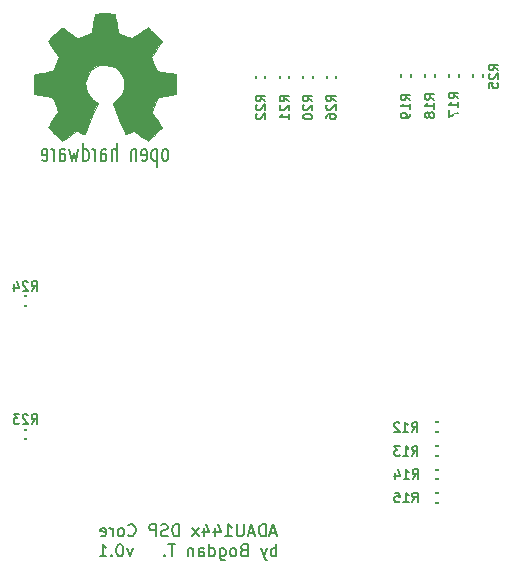
<source format=gbo>
G04 #@! TF.FileFunction,Legend,Bot*
%FSLAX46Y46*%
G04 Gerber Fmt 4.6, Leading zero omitted, Abs format (unit mm)*
G04 Created by KiCad (PCBNEW 4.0.5) date 03/05/17 18:12:25*
%MOMM*%
%LPD*%
G01*
G04 APERTURE LIST*
%ADD10C,0.100000*%
%ADD11C,0.200000*%
%ADD12C,0.150000*%
%ADD13C,0.002540*%
%ADD14C,0.127000*%
%ADD15R,2.100000X2.100000*%
%ADD16O,2.100000X2.100000*%
%ADD17R,2.599640X1.924000*%
%ADD18O,2.599640X1.924000*%
%ADD19R,1.700000X2.200000*%
%ADD20O,1.700000X2.200000*%
%ADD21R,2.200000X1.700000*%
%ADD22O,2.200000X1.700000*%
%ADD23C,2.900000*%
%ADD24R,1.400760X1.299160*%
%ADD25R,1.299160X1.400760*%
%ADD26C,0.250000*%
G04 APERTURE END LIST*
D10*
D11*
X121052382Y-136086667D02*
X120576191Y-136086667D01*
X121147620Y-136372381D02*
X120814287Y-135372381D01*
X120480953Y-136372381D01*
X120147620Y-136372381D02*
X120147620Y-135372381D01*
X119909525Y-135372381D01*
X119766667Y-135420000D01*
X119671429Y-135515238D01*
X119623810Y-135610476D01*
X119576191Y-135800952D01*
X119576191Y-135943810D01*
X119623810Y-136134286D01*
X119671429Y-136229524D01*
X119766667Y-136324762D01*
X119909525Y-136372381D01*
X120147620Y-136372381D01*
X119195239Y-136086667D02*
X118719048Y-136086667D01*
X119290477Y-136372381D02*
X118957144Y-135372381D01*
X118623810Y-136372381D01*
X118290477Y-135372381D02*
X118290477Y-136181905D01*
X118242858Y-136277143D01*
X118195239Y-136324762D01*
X118100001Y-136372381D01*
X117909524Y-136372381D01*
X117814286Y-136324762D01*
X117766667Y-136277143D01*
X117719048Y-136181905D01*
X117719048Y-135372381D01*
X116719048Y-136372381D02*
X117290477Y-136372381D01*
X117004763Y-136372381D02*
X117004763Y-135372381D01*
X117100001Y-135515238D01*
X117195239Y-135610476D01*
X117290477Y-135658095D01*
X115861905Y-135705714D02*
X115861905Y-136372381D01*
X116100001Y-135324762D02*
X116338096Y-136039048D01*
X115719048Y-136039048D01*
X114909524Y-135705714D02*
X114909524Y-136372381D01*
X115147620Y-135324762D02*
X115385715Y-136039048D01*
X114766667Y-136039048D01*
X114480953Y-136372381D02*
X113957143Y-135705714D01*
X114480953Y-135705714D02*
X113957143Y-136372381D01*
X112814286Y-136372381D02*
X112814286Y-135372381D01*
X112576191Y-135372381D01*
X112433333Y-135420000D01*
X112338095Y-135515238D01*
X112290476Y-135610476D01*
X112242857Y-135800952D01*
X112242857Y-135943810D01*
X112290476Y-136134286D01*
X112338095Y-136229524D01*
X112433333Y-136324762D01*
X112576191Y-136372381D01*
X112814286Y-136372381D01*
X111861905Y-136324762D02*
X111719048Y-136372381D01*
X111480952Y-136372381D01*
X111385714Y-136324762D01*
X111338095Y-136277143D01*
X111290476Y-136181905D01*
X111290476Y-136086667D01*
X111338095Y-135991429D01*
X111385714Y-135943810D01*
X111480952Y-135896190D01*
X111671429Y-135848571D01*
X111766667Y-135800952D01*
X111814286Y-135753333D01*
X111861905Y-135658095D01*
X111861905Y-135562857D01*
X111814286Y-135467619D01*
X111766667Y-135420000D01*
X111671429Y-135372381D01*
X111433333Y-135372381D01*
X111290476Y-135420000D01*
X110861905Y-136372381D02*
X110861905Y-135372381D01*
X110480952Y-135372381D01*
X110385714Y-135420000D01*
X110338095Y-135467619D01*
X110290476Y-135562857D01*
X110290476Y-135705714D01*
X110338095Y-135800952D01*
X110385714Y-135848571D01*
X110480952Y-135896190D01*
X110861905Y-135896190D01*
X108528571Y-136277143D02*
X108576190Y-136324762D01*
X108719047Y-136372381D01*
X108814285Y-136372381D01*
X108957143Y-136324762D01*
X109052381Y-136229524D01*
X109100000Y-136134286D01*
X109147619Y-135943810D01*
X109147619Y-135800952D01*
X109100000Y-135610476D01*
X109052381Y-135515238D01*
X108957143Y-135420000D01*
X108814285Y-135372381D01*
X108719047Y-135372381D01*
X108576190Y-135420000D01*
X108528571Y-135467619D01*
X107957143Y-136372381D02*
X108052381Y-136324762D01*
X108100000Y-136277143D01*
X108147619Y-136181905D01*
X108147619Y-135896190D01*
X108100000Y-135800952D01*
X108052381Y-135753333D01*
X107957143Y-135705714D01*
X107814285Y-135705714D01*
X107719047Y-135753333D01*
X107671428Y-135800952D01*
X107623809Y-135896190D01*
X107623809Y-136181905D01*
X107671428Y-136277143D01*
X107719047Y-136324762D01*
X107814285Y-136372381D01*
X107957143Y-136372381D01*
X107195238Y-136372381D02*
X107195238Y-135705714D01*
X107195238Y-135896190D02*
X107147619Y-135800952D01*
X107100000Y-135753333D01*
X107004762Y-135705714D01*
X106909523Y-135705714D01*
X106195237Y-136324762D02*
X106290475Y-136372381D01*
X106480952Y-136372381D01*
X106576190Y-136324762D01*
X106623809Y-136229524D01*
X106623809Y-135848571D01*
X106576190Y-135753333D01*
X106480952Y-135705714D01*
X106290475Y-135705714D01*
X106195237Y-135753333D01*
X106147618Y-135848571D01*
X106147618Y-135943810D01*
X106623809Y-136039048D01*
X121052382Y-138072381D02*
X121052382Y-137072381D01*
X121052382Y-137453333D02*
X120957144Y-137405714D01*
X120766667Y-137405714D01*
X120671429Y-137453333D01*
X120623810Y-137500952D01*
X120576191Y-137596190D01*
X120576191Y-137881905D01*
X120623810Y-137977143D01*
X120671429Y-138024762D01*
X120766667Y-138072381D01*
X120957144Y-138072381D01*
X121052382Y-138024762D01*
X120242858Y-137405714D02*
X120004763Y-138072381D01*
X119766667Y-137405714D02*
X120004763Y-138072381D01*
X120100001Y-138310476D01*
X120147620Y-138358095D01*
X120242858Y-138405714D01*
X118290476Y-137548571D02*
X118147619Y-137596190D01*
X118100000Y-137643810D01*
X118052381Y-137739048D01*
X118052381Y-137881905D01*
X118100000Y-137977143D01*
X118147619Y-138024762D01*
X118242857Y-138072381D01*
X118623810Y-138072381D01*
X118623810Y-137072381D01*
X118290476Y-137072381D01*
X118195238Y-137120000D01*
X118147619Y-137167619D01*
X118100000Y-137262857D01*
X118100000Y-137358095D01*
X118147619Y-137453333D01*
X118195238Y-137500952D01*
X118290476Y-137548571D01*
X118623810Y-137548571D01*
X117480953Y-138072381D02*
X117576191Y-138024762D01*
X117623810Y-137977143D01*
X117671429Y-137881905D01*
X117671429Y-137596190D01*
X117623810Y-137500952D01*
X117576191Y-137453333D01*
X117480953Y-137405714D01*
X117338095Y-137405714D01*
X117242857Y-137453333D01*
X117195238Y-137500952D01*
X117147619Y-137596190D01*
X117147619Y-137881905D01*
X117195238Y-137977143D01*
X117242857Y-138024762D01*
X117338095Y-138072381D01*
X117480953Y-138072381D01*
X116290476Y-137405714D02*
X116290476Y-138215238D01*
X116338095Y-138310476D01*
X116385714Y-138358095D01*
X116480953Y-138405714D01*
X116623810Y-138405714D01*
X116719048Y-138358095D01*
X116290476Y-138024762D02*
X116385714Y-138072381D01*
X116576191Y-138072381D01*
X116671429Y-138024762D01*
X116719048Y-137977143D01*
X116766667Y-137881905D01*
X116766667Y-137596190D01*
X116719048Y-137500952D01*
X116671429Y-137453333D01*
X116576191Y-137405714D01*
X116385714Y-137405714D01*
X116290476Y-137453333D01*
X115385714Y-138072381D02*
X115385714Y-137072381D01*
X115385714Y-138024762D02*
X115480952Y-138072381D01*
X115671429Y-138072381D01*
X115766667Y-138024762D01*
X115814286Y-137977143D01*
X115861905Y-137881905D01*
X115861905Y-137596190D01*
X115814286Y-137500952D01*
X115766667Y-137453333D01*
X115671429Y-137405714D01*
X115480952Y-137405714D01*
X115385714Y-137453333D01*
X114480952Y-138072381D02*
X114480952Y-137548571D01*
X114528571Y-137453333D01*
X114623809Y-137405714D01*
X114814286Y-137405714D01*
X114909524Y-137453333D01*
X114480952Y-138024762D02*
X114576190Y-138072381D01*
X114814286Y-138072381D01*
X114909524Y-138024762D01*
X114957143Y-137929524D01*
X114957143Y-137834286D01*
X114909524Y-137739048D01*
X114814286Y-137691429D01*
X114576190Y-137691429D01*
X114480952Y-137643810D01*
X114004762Y-137405714D02*
X114004762Y-138072381D01*
X114004762Y-137500952D02*
X113957143Y-137453333D01*
X113861905Y-137405714D01*
X113719047Y-137405714D01*
X113623809Y-137453333D01*
X113576190Y-137548571D01*
X113576190Y-138072381D01*
X112480952Y-137072381D02*
X111909523Y-137072381D01*
X112195238Y-138072381D02*
X112195238Y-137072381D01*
X111576190Y-137977143D02*
X111528571Y-138024762D01*
X111576190Y-138072381D01*
X111623809Y-138024762D01*
X111576190Y-137977143D01*
X111576190Y-138072381D01*
X108909523Y-137405714D02*
X108671428Y-138072381D01*
X108433332Y-137405714D01*
X107861904Y-137072381D02*
X107766665Y-137072381D01*
X107671427Y-137120000D01*
X107623808Y-137167619D01*
X107576189Y-137262857D01*
X107528570Y-137453333D01*
X107528570Y-137691429D01*
X107576189Y-137881905D01*
X107623808Y-137977143D01*
X107671427Y-138024762D01*
X107766665Y-138072381D01*
X107861904Y-138072381D01*
X107957142Y-138024762D01*
X108004761Y-137977143D01*
X108052380Y-137881905D01*
X108099999Y-137691429D01*
X108099999Y-137453333D01*
X108052380Y-137262857D01*
X108004761Y-137167619D01*
X107957142Y-137120000D01*
X107861904Y-137072381D01*
X107099999Y-137977143D02*
X107052380Y-138024762D01*
X107099999Y-138072381D01*
X107147618Y-138024762D01*
X107099999Y-137977143D01*
X107099999Y-138072381D01*
X106099999Y-138072381D02*
X106671428Y-138072381D01*
X106385714Y-138072381D02*
X106385714Y-137072381D01*
X106480952Y-137215238D01*
X106576190Y-137310476D01*
X106671428Y-137358095D01*
D12*
X101350000Y-104620000D02*
X101250000Y-104550000D01*
X101530000Y-104620000D02*
X101350000Y-104620000D01*
X101630000Y-104550000D02*
X101530000Y-104620000D01*
X101680000Y-104410000D02*
X101630000Y-104550000D01*
X101680000Y-103830000D02*
X101680000Y-104410000D01*
X101620000Y-103680000D02*
X101680000Y-103830000D01*
X101520000Y-103610000D02*
X101620000Y-103680000D01*
X101350000Y-103610000D02*
X101520000Y-103610000D01*
X101250000Y-103700000D02*
X101350000Y-103610000D01*
X101200000Y-103830000D02*
X101250000Y-103700000D01*
X101200000Y-104100000D02*
X101200000Y-103830000D01*
X101680000Y-104100000D02*
X101200000Y-104100000D01*
X102250000Y-103620000D02*
X102250000Y-104620000D01*
X102200000Y-103760000D02*
X102250000Y-103930000D01*
X102160000Y-103700000D02*
X102200000Y-103760000D01*
X102060000Y-103620000D02*
X102160000Y-103700000D01*
X101950000Y-103620000D02*
X102060000Y-103620000D01*
X104300000Y-103610000D02*
X104110000Y-104620000D01*
X104110000Y-104620000D02*
X103920000Y-103900000D01*
X103920000Y-103900000D02*
X103730000Y-104620000D01*
X103730000Y-104620000D02*
X103530000Y-103610000D01*
X104680000Y-104540000D02*
X104770000Y-104620000D01*
X104770000Y-104620000D02*
X104960000Y-104620000D01*
X104960000Y-104620000D02*
X105030000Y-104570000D01*
X105030000Y-104570000D02*
X105100000Y-104490000D01*
X105100000Y-104490000D02*
X105160000Y-104330000D01*
X105160000Y-104330000D02*
X105160000Y-103910000D01*
X105160000Y-103910000D02*
X105110000Y-103760000D01*
X105110000Y-103760000D02*
X105040000Y-103670000D01*
X105040000Y-103670000D02*
X104960000Y-103620000D01*
X104960000Y-103620000D02*
X104780000Y-103620000D01*
X104780000Y-103620000D02*
X104680000Y-103700000D01*
X104680000Y-103120000D02*
X104680000Y-104620000D01*
X105430000Y-103620000D02*
X105540000Y-103620000D01*
X105540000Y-103620000D02*
X105640000Y-103700000D01*
X105640000Y-103700000D02*
X105680000Y-103760000D01*
X105680000Y-103760000D02*
X105730000Y-103930000D01*
X105730000Y-103620000D02*
X105730000Y-104620000D01*
X102720000Y-103830000D02*
X102720000Y-104620000D01*
X102780000Y-103680000D02*
X102720000Y-103830000D01*
X102870000Y-103610000D02*
X102780000Y-103680000D01*
X103050000Y-103610000D02*
X102870000Y-103610000D01*
X103160000Y-103690000D02*
X103050000Y-103610000D01*
X103200000Y-104390000D02*
X103160000Y-104530000D01*
X103200000Y-104260000D02*
X103200000Y-104390000D01*
X103150000Y-104120000D02*
X103200000Y-104260000D01*
X103050000Y-104040000D02*
X103150000Y-104120000D01*
X102810000Y-104040000D02*
X103050000Y-104040000D01*
X102720000Y-103970000D02*
X102810000Y-104040000D01*
X102820000Y-104620000D02*
X102720000Y-104540000D01*
X103050000Y-104620000D02*
X102820000Y-104620000D01*
X103160000Y-104530000D02*
X103050000Y-104620000D01*
X106640000Y-104530000D02*
X106530000Y-104620000D01*
X106530000Y-104620000D02*
X106300000Y-104620000D01*
X106300000Y-104620000D02*
X106200000Y-104540000D01*
X106200000Y-103970000D02*
X106290000Y-104040000D01*
X106290000Y-104040000D02*
X106530000Y-104040000D01*
X106530000Y-104040000D02*
X106630000Y-104120000D01*
X106630000Y-104120000D02*
X106680000Y-104260000D01*
X106680000Y-104260000D02*
X106680000Y-104390000D01*
X106680000Y-104390000D02*
X106640000Y-104530000D01*
X106640000Y-103690000D02*
X106530000Y-103610000D01*
X106530000Y-103610000D02*
X106350000Y-103610000D01*
X106350000Y-103610000D02*
X106260000Y-103680000D01*
X106260000Y-103680000D02*
X106200000Y-103830000D01*
X106200000Y-103830000D02*
X106200000Y-104620000D01*
X107540000Y-104620000D02*
X107540000Y-103120000D01*
X107480000Y-103680000D02*
X107540000Y-103750000D01*
X107400000Y-103620000D02*
X107480000Y-103680000D01*
X107260000Y-103620000D02*
X107400000Y-103620000D01*
X107160000Y-103690000D02*
X107260000Y-103620000D01*
X107110000Y-103840000D02*
X107160000Y-103690000D01*
X107110000Y-104620000D02*
X107110000Y-103840000D01*
X108770000Y-104620000D02*
X108770000Y-103840000D01*
X108770000Y-103840000D02*
X108820000Y-103690000D01*
X108820000Y-103690000D02*
X108920000Y-103620000D01*
X108920000Y-103620000D02*
X109060000Y-103620000D01*
X109060000Y-103620000D02*
X109140000Y-103680000D01*
X109140000Y-103680000D02*
X109200000Y-103750000D01*
X109200000Y-103620000D02*
X109200000Y-104620000D01*
X110110000Y-104100000D02*
X109630000Y-104100000D01*
X109630000Y-104100000D02*
X109630000Y-103830000D01*
X109630000Y-103830000D02*
X109680000Y-103700000D01*
X109680000Y-103700000D02*
X109780000Y-103610000D01*
X109780000Y-103610000D02*
X109950000Y-103610000D01*
X109950000Y-103610000D02*
X110050000Y-103680000D01*
X110050000Y-103680000D02*
X110110000Y-103830000D01*
X110110000Y-103830000D02*
X110110000Y-104410000D01*
X110110000Y-104410000D02*
X110060000Y-104550000D01*
X110060000Y-104550000D02*
X109960000Y-104620000D01*
X109960000Y-104620000D02*
X109780000Y-104620000D01*
X109780000Y-104620000D02*
X109680000Y-104550000D01*
X110970000Y-103610000D02*
X110970000Y-105120000D01*
X110860000Y-103610000D02*
X110680000Y-103610000D01*
X110860000Y-104610000D02*
X110670000Y-104610000D01*
X110860000Y-103610000D02*
X110940000Y-103670000D01*
X110590000Y-103680000D02*
X110680000Y-103610000D01*
X110540000Y-103750000D02*
X110590000Y-103680000D01*
X110490000Y-103910000D02*
X110540000Y-103750000D01*
X110490000Y-104320000D02*
X110490000Y-103910000D01*
X110540000Y-104460000D02*
X110490000Y-104320000D01*
X110580000Y-104530000D02*
X110540000Y-104460000D01*
X110680000Y-104610000D02*
X110580000Y-104530000D01*
X110960000Y-104540000D02*
X110860000Y-104610000D01*
X111920000Y-103910000D02*
X111920000Y-104320000D01*
X111920000Y-104320000D02*
X111870000Y-104460000D01*
X111870000Y-104460000D02*
X111820000Y-104550000D01*
X111820000Y-104550000D02*
X111720000Y-104620000D01*
X111720000Y-104620000D02*
X111580000Y-104620000D01*
X111580000Y-104620000D02*
X111480000Y-104540000D01*
X111480000Y-104540000D02*
X111440000Y-104470000D01*
X111440000Y-104470000D02*
X111390000Y-104330000D01*
X111390000Y-104330000D02*
X111390000Y-103920000D01*
X111390000Y-103920000D02*
X111440000Y-103760000D01*
X111440000Y-103760000D02*
X111490000Y-103690000D01*
X111490000Y-103690000D02*
X111580000Y-103620000D01*
X111580000Y-103620000D02*
X111730000Y-103620000D01*
X111730000Y-103620000D02*
X111810000Y-103680000D01*
X111810000Y-103680000D02*
X111870000Y-103760000D01*
X111870000Y-103760000D02*
X111920000Y-103910000D01*
D13*
G36*
X110197280Y-102899880D02*
X110133780Y-102866860D01*
X109994080Y-102777960D01*
X109793420Y-102648420D01*
X109557200Y-102488400D01*
X109318440Y-102328380D01*
X109122860Y-102196300D01*
X108985700Y-102109940D01*
X108929820Y-102076920D01*
X108899340Y-102087080D01*
X108785040Y-102142960D01*
X108622480Y-102229320D01*
X108525960Y-102277580D01*
X108376100Y-102343620D01*
X108302440Y-102356320D01*
X108289740Y-102336000D01*
X108233860Y-102219160D01*
X108147500Y-102023580D01*
X108033200Y-101761960D01*
X107903660Y-101459700D01*
X107766500Y-101129500D01*
X107626800Y-100794220D01*
X107494720Y-100476720D01*
X107375340Y-100189700D01*
X107281360Y-99956020D01*
X107220400Y-99793460D01*
X107197540Y-99722340D01*
X107205160Y-99707100D01*
X107278820Y-99635980D01*
X107410900Y-99536920D01*
X107695380Y-99305780D01*
X107974780Y-98955260D01*
X108144960Y-98559020D01*
X108203380Y-98117060D01*
X108155120Y-97708120D01*
X107992560Y-97314420D01*
X107718240Y-96961360D01*
X107385500Y-96697200D01*
X106996880Y-96532100D01*
X106560000Y-96476220D01*
X106140900Y-96524480D01*
X105739580Y-96681960D01*
X105386520Y-96951200D01*
X105236660Y-97123920D01*
X105030920Y-97482060D01*
X104914080Y-97868140D01*
X104901380Y-97964660D01*
X104919160Y-98386300D01*
X105043620Y-98790160D01*
X105264600Y-99150840D01*
X105574480Y-99448020D01*
X105612580Y-99475960D01*
X105757360Y-99582640D01*
X105851340Y-99656300D01*
X105927540Y-99717260D01*
X105391600Y-101010120D01*
X105305240Y-101215860D01*
X105157920Y-101566380D01*
X105028380Y-101871180D01*
X104924240Y-102115020D01*
X104853120Y-102275040D01*
X104822640Y-102341080D01*
X104817560Y-102343620D01*
X104771840Y-102351240D01*
X104672780Y-102315680D01*
X104492440Y-102229320D01*
X104373060Y-102168360D01*
X104235900Y-102102320D01*
X104174940Y-102076920D01*
X104121600Y-102104860D01*
X103989520Y-102191220D01*
X103799020Y-102320760D01*
X103567880Y-102475700D01*
X103346900Y-102625560D01*
X103143700Y-102760180D01*
X102996380Y-102854160D01*
X102925260Y-102892260D01*
X102915100Y-102892260D01*
X102851600Y-102856700D01*
X102734760Y-102760180D01*
X102559500Y-102592540D01*
X102310580Y-102348700D01*
X102272480Y-102310600D01*
X102066740Y-102102320D01*
X101901640Y-101927060D01*
X101789880Y-101802600D01*
X101749240Y-101746720D01*
X101749240Y-101746720D01*
X101787340Y-101675600D01*
X101878780Y-101528280D01*
X102013400Y-101325080D01*
X102175960Y-101083780D01*
X102605220Y-100464020D01*
X102369000Y-99877280D01*
X102297880Y-99696940D01*
X102206440Y-99478500D01*
X102137860Y-99323560D01*
X102102300Y-99254980D01*
X102038800Y-99232120D01*
X101878780Y-99194020D01*
X101645100Y-99145760D01*
X101368240Y-99094960D01*
X101104080Y-99046700D01*
X100865320Y-99000980D01*
X100692600Y-98967960D01*
X100613860Y-98952720D01*
X100596080Y-98940020D01*
X100580840Y-98901920D01*
X100570680Y-98820640D01*
X100565600Y-98675860D01*
X100560520Y-98447260D01*
X100560520Y-98117060D01*
X100560520Y-98081500D01*
X100565600Y-97766540D01*
X100570680Y-97515080D01*
X100578300Y-97349980D01*
X100591000Y-97283940D01*
X100591000Y-97283940D01*
X100664660Y-97266160D01*
X100834840Y-97230600D01*
X101073600Y-97182340D01*
X101358080Y-97129000D01*
X101375860Y-97126460D01*
X101660340Y-97070580D01*
X101896560Y-97022320D01*
X102064200Y-96984220D01*
X102132780Y-96961360D01*
X102148020Y-96941040D01*
X102206440Y-96829280D01*
X102287720Y-96654020D01*
X102381700Y-96440660D01*
X102473140Y-96217140D01*
X102554420Y-96016480D01*
X102607760Y-95866620D01*
X102623000Y-95798040D01*
X102623000Y-95798040D01*
X102579820Y-95729460D01*
X102483300Y-95582140D01*
X102343600Y-95378940D01*
X102178500Y-95137640D01*
X102165800Y-95117320D01*
X102003240Y-94878560D01*
X101871160Y-94675360D01*
X101782260Y-94530580D01*
X101749240Y-94467080D01*
X101749240Y-94462000D01*
X101805120Y-94390880D01*
X101927040Y-94253720D01*
X102102300Y-94070840D01*
X102310580Y-93860020D01*
X102379160Y-93793980D01*
X102610300Y-93565380D01*
X102772860Y-93418060D01*
X102874460Y-93336780D01*
X102922720Y-93319000D01*
X102925260Y-93321540D01*
X102996380Y-93364720D01*
X103148780Y-93463780D01*
X103354520Y-93603480D01*
X103598360Y-93768580D01*
X103613600Y-93778740D01*
X103854900Y-93941300D01*
X104053020Y-94078460D01*
X104195260Y-94172440D01*
X104258760Y-94208000D01*
X104268920Y-94208000D01*
X104365440Y-94180060D01*
X104535620Y-94121640D01*
X104746440Y-94040360D01*
X104967420Y-93951460D01*
X105170620Y-93865100D01*
X105320480Y-93796520D01*
X105391600Y-93755880D01*
X105394140Y-93753340D01*
X105419540Y-93666980D01*
X105460180Y-93486640D01*
X105513520Y-93240260D01*
X105566860Y-92945620D01*
X105577020Y-92899900D01*
X105630360Y-92612880D01*
X105676080Y-92376660D01*
X105711640Y-92214100D01*
X105726880Y-92145520D01*
X105767520Y-92137900D01*
X105907220Y-92127740D01*
X106120580Y-92120120D01*
X106379660Y-92117580D01*
X106651440Y-92120120D01*
X106915600Y-92125200D01*
X107141660Y-92132820D01*
X107304220Y-92145520D01*
X107372800Y-92158220D01*
X107375340Y-92163300D01*
X107398200Y-92252200D01*
X107438840Y-92430000D01*
X107489640Y-92678920D01*
X107545520Y-92973560D01*
X107555680Y-93026900D01*
X107609020Y-93311380D01*
X107657280Y-93545060D01*
X107692840Y-93705080D01*
X107710620Y-93768580D01*
X107736020Y-93781280D01*
X107852860Y-93834620D01*
X108043360Y-93913360D01*
X108282120Y-94009880D01*
X108830760Y-94230860D01*
X109503860Y-93768580D01*
X109564820Y-93727940D01*
X109808660Y-93562840D01*
X110006780Y-93430760D01*
X110146480Y-93341860D01*
X110202360Y-93308840D01*
X110207440Y-93311380D01*
X110276020Y-93369800D01*
X110408100Y-93494260D01*
X110590980Y-93672060D01*
X110801800Y-93882880D01*
X110959280Y-94040360D01*
X111144700Y-94228320D01*
X111261540Y-94355320D01*
X111327580Y-94436600D01*
X111350440Y-94487400D01*
X111342820Y-94520420D01*
X111299640Y-94589000D01*
X111200580Y-94736320D01*
X111063420Y-94942060D01*
X110898320Y-95178280D01*
X110763700Y-95378940D01*
X110616380Y-95605000D01*
X110522400Y-95765020D01*
X110489380Y-95843760D01*
X110497000Y-95876780D01*
X110545260Y-96008860D01*
X110624000Y-96209520D01*
X110725600Y-96445740D01*
X110959280Y-96979140D01*
X111309800Y-97045180D01*
X111520620Y-97085820D01*
X111817800Y-97144240D01*
X112102280Y-97197580D01*
X112544240Y-97283940D01*
X112559480Y-98909540D01*
X112490900Y-98940020D01*
X112424860Y-98957800D01*
X112262300Y-98993360D01*
X112028620Y-99039080D01*
X111751760Y-99092420D01*
X111515540Y-99135600D01*
X111279320Y-99181320D01*
X111109140Y-99214340D01*
X111032940Y-99229580D01*
X111015160Y-99254980D01*
X110954200Y-99371820D01*
X110870380Y-99552160D01*
X110776400Y-99773140D01*
X110682420Y-99999200D01*
X110598600Y-100210020D01*
X110540180Y-100370040D01*
X110517320Y-100453860D01*
X110550340Y-100514820D01*
X110639240Y-100654520D01*
X110771320Y-100852640D01*
X110931340Y-101088860D01*
X111093900Y-101325080D01*
X111228520Y-101525740D01*
X111325040Y-101670520D01*
X111363140Y-101736560D01*
X111342820Y-101782280D01*
X111248840Y-101896580D01*
X111071040Y-102079460D01*
X110806880Y-102341080D01*
X110763700Y-102384260D01*
X110552880Y-102584920D01*
X110375080Y-102750020D01*
X110253160Y-102859240D01*
X110197280Y-102899880D01*
X110197280Y-102899880D01*
G37*
X110197280Y-102899880D02*
X110133780Y-102866860D01*
X109994080Y-102777960D01*
X109793420Y-102648420D01*
X109557200Y-102488400D01*
X109318440Y-102328380D01*
X109122860Y-102196300D01*
X108985700Y-102109940D01*
X108929820Y-102076920D01*
X108899340Y-102087080D01*
X108785040Y-102142960D01*
X108622480Y-102229320D01*
X108525960Y-102277580D01*
X108376100Y-102343620D01*
X108302440Y-102356320D01*
X108289740Y-102336000D01*
X108233860Y-102219160D01*
X108147500Y-102023580D01*
X108033200Y-101761960D01*
X107903660Y-101459700D01*
X107766500Y-101129500D01*
X107626800Y-100794220D01*
X107494720Y-100476720D01*
X107375340Y-100189700D01*
X107281360Y-99956020D01*
X107220400Y-99793460D01*
X107197540Y-99722340D01*
X107205160Y-99707100D01*
X107278820Y-99635980D01*
X107410900Y-99536920D01*
X107695380Y-99305780D01*
X107974780Y-98955260D01*
X108144960Y-98559020D01*
X108203380Y-98117060D01*
X108155120Y-97708120D01*
X107992560Y-97314420D01*
X107718240Y-96961360D01*
X107385500Y-96697200D01*
X106996880Y-96532100D01*
X106560000Y-96476220D01*
X106140900Y-96524480D01*
X105739580Y-96681960D01*
X105386520Y-96951200D01*
X105236660Y-97123920D01*
X105030920Y-97482060D01*
X104914080Y-97868140D01*
X104901380Y-97964660D01*
X104919160Y-98386300D01*
X105043620Y-98790160D01*
X105264600Y-99150840D01*
X105574480Y-99448020D01*
X105612580Y-99475960D01*
X105757360Y-99582640D01*
X105851340Y-99656300D01*
X105927540Y-99717260D01*
X105391600Y-101010120D01*
X105305240Y-101215860D01*
X105157920Y-101566380D01*
X105028380Y-101871180D01*
X104924240Y-102115020D01*
X104853120Y-102275040D01*
X104822640Y-102341080D01*
X104817560Y-102343620D01*
X104771840Y-102351240D01*
X104672780Y-102315680D01*
X104492440Y-102229320D01*
X104373060Y-102168360D01*
X104235900Y-102102320D01*
X104174940Y-102076920D01*
X104121600Y-102104860D01*
X103989520Y-102191220D01*
X103799020Y-102320760D01*
X103567880Y-102475700D01*
X103346900Y-102625560D01*
X103143700Y-102760180D01*
X102996380Y-102854160D01*
X102925260Y-102892260D01*
X102915100Y-102892260D01*
X102851600Y-102856700D01*
X102734760Y-102760180D01*
X102559500Y-102592540D01*
X102310580Y-102348700D01*
X102272480Y-102310600D01*
X102066740Y-102102320D01*
X101901640Y-101927060D01*
X101789880Y-101802600D01*
X101749240Y-101746720D01*
X101749240Y-101746720D01*
X101787340Y-101675600D01*
X101878780Y-101528280D01*
X102013400Y-101325080D01*
X102175960Y-101083780D01*
X102605220Y-100464020D01*
X102369000Y-99877280D01*
X102297880Y-99696940D01*
X102206440Y-99478500D01*
X102137860Y-99323560D01*
X102102300Y-99254980D01*
X102038800Y-99232120D01*
X101878780Y-99194020D01*
X101645100Y-99145760D01*
X101368240Y-99094960D01*
X101104080Y-99046700D01*
X100865320Y-99000980D01*
X100692600Y-98967960D01*
X100613860Y-98952720D01*
X100596080Y-98940020D01*
X100580840Y-98901920D01*
X100570680Y-98820640D01*
X100565600Y-98675860D01*
X100560520Y-98447260D01*
X100560520Y-98117060D01*
X100560520Y-98081500D01*
X100565600Y-97766540D01*
X100570680Y-97515080D01*
X100578300Y-97349980D01*
X100591000Y-97283940D01*
X100591000Y-97283940D01*
X100664660Y-97266160D01*
X100834840Y-97230600D01*
X101073600Y-97182340D01*
X101358080Y-97129000D01*
X101375860Y-97126460D01*
X101660340Y-97070580D01*
X101896560Y-97022320D01*
X102064200Y-96984220D01*
X102132780Y-96961360D01*
X102148020Y-96941040D01*
X102206440Y-96829280D01*
X102287720Y-96654020D01*
X102381700Y-96440660D01*
X102473140Y-96217140D01*
X102554420Y-96016480D01*
X102607760Y-95866620D01*
X102623000Y-95798040D01*
X102623000Y-95798040D01*
X102579820Y-95729460D01*
X102483300Y-95582140D01*
X102343600Y-95378940D01*
X102178500Y-95137640D01*
X102165800Y-95117320D01*
X102003240Y-94878560D01*
X101871160Y-94675360D01*
X101782260Y-94530580D01*
X101749240Y-94467080D01*
X101749240Y-94462000D01*
X101805120Y-94390880D01*
X101927040Y-94253720D01*
X102102300Y-94070840D01*
X102310580Y-93860020D01*
X102379160Y-93793980D01*
X102610300Y-93565380D01*
X102772860Y-93418060D01*
X102874460Y-93336780D01*
X102922720Y-93319000D01*
X102925260Y-93321540D01*
X102996380Y-93364720D01*
X103148780Y-93463780D01*
X103354520Y-93603480D01*
X103598360Y-93768580D01*
X103613600Y-93778740D01*
X103854900Y-93941300D01*
X104053020Y-94078460D01*
X104195260Y-94172440D01*
X104258760Y-94208000D01*
X104268920Y-94208000D01*
X104365440Y-94180060D01*
X104535620Y-94121640D01*
X104746440Y-94040360D01*
X104967420Y-93951460D01*
X105170620Y-93865100D01*
X105320480Y-93796520D01*
X105391600Y-93755880D01*
X105394140Y-93753340D01*
X105419540Y-93666980D01*
X105460180Y-93486640D01*
X105513520Y-93240260D01*
X105566860Y-92945620D01*
X105577020Y-92899900D01*
X105630360Y-92612880D01*
X105676080Y-92376660D01*
X105711640Y-92214100D01*
X105726880Y-92145520D01*
X105767520Y-92137900D01*
X105907220Y-92127740D01*
X106120580Y-92120120D01*
X106379660Y-92117580D01*
X106651440Y-92120120D01*
X106915600Y-92125200D01*
X107141660Y-92132820D01*
X107304220Y-92145520D01*
X107372800Y-92158220D01*
X107375340Y-92163300D01*
X107398200Y-92252200D01*
X107438840Y-92430000D01*
X107489640Y-92678920D01*
X107545520Y-92973560D01*
X107555680Y-93026900D01*
X107609020Y-93311380D01*
X107657280Y-93545060D01*
X107692840Y-93705080D01*
X107710620Y-93768580D01*
X107736020Y-93781280D01*
X107852860Y-93834620D01*
X108043360Y-93913360D01*
X108282120Y-94009880D01*
X108830760Y-94230860D01*
X109503860Y-93768580D01*
X109564820Y-93727940D01*
X109808660Y-93562840D01*
X110006780Y-93430760D01*
X110146480Y-93341860D01*
X110202360Y-93308840D01*
X110207440Y-93311380D01*
X110276020Y-93369800D01*
X110408100Y-93494260D01*
X110590980Y-93672060D01*
X110801800Y-93882880D01*
X110959280Y-94040360D01*
X111144700Y-94228320D01*
X111261540Y-94355320D01*
X111327580Y-94436600D01*
X111350440Y-94487400D01*
X111342820Y-94520420D01*
X111299640Y-94589000D01*
X111200580Y-94736320D01*
X111063420Y-94942060D01*
X110898320Y-95178280D01*
X110763700Y-95378940D01*
X110616380Y-95605000D01*
X110522400Y-95765020D01*
X110489380Y-95843760D01*
X110497000Y-95876780D01*
X110545260Y-96008860D01*
X110624000Y-96209520D01*
X110725600Y-96445740D01*
X110959280Y-96979140D01*
X111309800Y-97045180D01*
X111520620Y-97085820D01*
X111817800Y-97144240D01*
X112102280Y-97197580D01*
X112544240Y-97283940D01*
X112559480Y-98909540D01*
X112490900Y-98940020D01*
X112424860Y-98957800D01*
X112262300Y-98993360D01*
X112028620Y-99039080D01*
X111751760Y-99092420D01*
X111515540Y-99135600D01*
X111279320Y-99181320D01*
X111109140Y-99214340D01*
X111032940Y-99229580D01*
X111015160Y-99254980D01*
X110954200Y-99371820D01*
X110870380Y-99552160D01*
X110776400Y-99773140D01*
X110682420Y-99999200D01*
X110598600Y-100210020D01*
X110540180Y-100370040D01*
X110517320Y-100453860D01*
X110550340Y-100514820D01*
X110639240Y-100654520D01*
X110771320Y-100852640D01*
X110931340Y-101088860D01*
X111093900Y-101325080D01*
X111228520Y-101525740D01*
X111325040Y-101670520D01*
X111363140Y-101736560D01*
X111342820Y-101782280D01*
X111248840Y-101896580D01*
X111071040Y-102079460D01*
X110806880Y-102341080D01*
X110763700Y-102384260D01*
X110552880Y-102584920D01*
X110375080Y-102750020D01*
X110253160Y-102859240D01*
X110197280Y-102899880D01*
D14*
X125323600Y-96977200D02*
X126136400Y-96977200D01*
X126111000Y-98094800D02*
X125323600Y-98094800D01*
X126136400Y-98348800D02*
X126136400Y-96723200D01*
X126136400Y-96723200D02*
X125323600Y-96723200D01*
X125323600Y-96723200D02*
X125323600Y-98348800D01*
X125323600Y-98348800D02*
X126136400Y-98348800D01*
X137744200Y-96862900D02*
X138557000Y-96862900D01*
X138531600Y-97980500D02*
X137744200Y-97980500D01*
X138557000Y-98234500D02*
X138557000Y-96608900D01*
X138557000Y-96608900D02*
X137744200Y-96608900D01*
X137744200Y-96608900D02*
X137744200Y-98234500D01*
X137744200Y-98234500D02*
X138557000Y-98234500D01*
X99263200Y-116890800D02*
X99263200Y-116078000D01*
X100380800Y-116103400D02*
X100380800Y-116890800D01*
X100634800Y-116078000D02*
X99009200Y-116078000D01*
X99009200Y-116078000D02*
X99009200Y-116890800D01*
X99009200Y-116890800D02*
X100634800Y-116890800D01*
X100634800Y-116890800D02*
X100634800Y-116078000D01*
X99263200Y-128168400D02*
X99263200Y-127355600D01*
X100380800Y-127381000D02*
X100380800Y-128168400D01*
X100634800Y-127355600D02*
X99009200Y-127355600D01*
X99009200Y-127355600D02*
X99009200Y-128168400D01*
X99009200Y-128168400D02*
X100634800Y-128168400D01*
X100634800Y-128168400D02*
X100634800Y-127355600D01*
X119329200Y-96977200D02*
X120142000Y-96977200D01*
X120116600Y-98094800D02*
X119329200Y-98094800D01*
X120142000Y-98348800D02*
X120142000Y-96723200D01*
X120142000Y-96723200D02*
X119329200Y-96723200D01*
X119329200Y-96723200D02*
X119329200Y-98348800D01*
X119329200Y-98348800D02*
X120142000Y-98348800D01*
X121361200Y-96977200D02*
X122174000Y-96977200D01*
X122148600Y-98094800D02*
X121361200Y-98094800D01*
X122174000Y-98348800D02*
X122174000Y-96723200D01*
X122174000Y-96723200D02*
X121361200Y-96723200D01*
X121361200Y-96723200D02*
X121361200Y-98348800D01*
X121361200Y-98348800D02*
X122174000Y-98348800D01*
X123342400Y-96977200D02*
X124155200Y-96977200D01*
X124129800Y-98094800D02*
X123342400Y-98094800D01*
X124155200Y-98348800D02*
X124155200Y-96723200D01*
X124155200Y-96723200D02*
X123342400Y-96723200D01*
X123342400Y-96723200D02*
X123342400Y-98348800D01*
X123342400Y-98348800D02*
X124155200Y-98348800D01*
X131648200Y-96862900D02*
X132461000Y-96862900D01*
X132435600Y-97980500D02*
X131648200Y-97980500D01*
X132461000Y-98234500D02*
X132461000Y-96608900D01*
X132461000Y-96608900D02*
X131648200Y-96608900D01*
X131648200Y-96608900D02*
X131648200Y-98234500D01*
X131648200Y-98234500D02*
X132461000Y-98234500D01*
X133680200Y-96862900D02*
X134493000Y-96862900D01*
X134467600Y-97980500D02*
X133680200Y-97980500D01*
X134493000Y-98234500D02*
X134493000Y-96608900D01*
X134493000Y-96608900D02*
X133680200Y-96608900D01*
X133680200Y-96608900D02*
X133680200Y-98234500D01*
X133680200Y-98234500D02*
X134493000Y-98234500D01*
X135712200Y-96862900D02*
X136525000Y-96862900D01*
X136499600Y-97980500D02*
X135712200Y-97980500D01*
X136525000Y-98234500D02*
X136525000Y-96608900D01*
X136525000Y-96608900D02*
X135712200Y-96608900D01*
X135712200Y-96608900D02*
X135712200Y-98234500D01*
X135712200Y-98234500D02*
X136525000Y-98234500D01*
X134112000Y-133553200D02*
X134112000Y-132740400D01*
X135229600Y-132765800D02*
X135229600Y-133553200D01*
X135483600Y-132740400D02*
X133858000Y-132740400D01*
X133858000Y-132740400D02*
X133858000Y-133553200D01*
X133858000Y-133553200D02*
X135483600Y-133553200D01*
X135483600Y-133553200D02*
X135483600Y-132740400D01*
X134112000Y-131572000D02*
X134112000Y-130759200D01*
X135229600Y-130784600D02*
X135229600Y-131572000D01*
X135483600Y-130759200D02*
X133858000Y-130759200D01*
X133858000Y-130759200D02*
X133858000Y-131572000D01*
X133858000Y-131572000D02*
X135483600Y-131572000D01*
X135483600Y-131572000D02*
X135483600Y-130759200D01*
X134112000Y-129590800D02*
X134112000Y-128778000D01*
X135229600Y-128803400D02*
X135229600Y-129590800D01*
X135483600Y-128778000D02*
X133858000Y-128778000D01*
X133858000Y-128778000D02*
X133858000Y-129590800D01*
X133858000Y-129590800D02*
X135483600Y-129590800D01*
X135483600Y-129590800D02*
X135483600Y-128778000D01*
X134112000Y-127558800D02*
X134112000Y-126746000D01*
X135229600Y-126771400D02*
X135229600Y-127558800D01*
X135483600Y-126746000D02*
X133858000Y-126746000D01*
X133858000Y-126746000D02*
X133858000Y-127558800D01*
X133858000Y-127558800D02*
X135483600Y-127558800D01*
X135483600Y-127558800D02*
X135483600Y-126746000D01*
D12*
X126091905Y-99555714D02*
X125710952Y-99289047D01*
X126091905Y-99098571D02*
X125291905Y-99098571D01*
X125291905Y-99403333D01*
X125330000Y-99479524D01*
X125368095Y-99517619D01*
X125444286Y-99555714D01*
X125558571Y-99555714D01*
X125634762Y-99517619D01*
X125672857Y-99479524D01*
X125710952Y-99403333D01*
X125710952Y-99098571D01*
X125368095Y-99860476D02*
X125330000Y-99898571D01*
X125291905Y-99974762D01*
X125291905Y-100165238D01*
X125330000Y-100241428D01*
X125368095Y-100279524D01*
X125444286Y-100317619D01*
X125520476Y-100317619D01*
X125634762Y-100279524D01*
X126091905Y-99822381D01*
X126091905Y-100317619D01*
X125291905Y-101003333D02*
X125291905Y-100850952D01*
X125330000Y-100774762D01*
X125368095Y-100736667D01*
X125482381Y-100660476D01*
X125634762Y-100622381D01*
X125939524Y-100622381D01*
X126015714Y-100660476D01*
X126053810Y-100698571D01*
X126091905Y-100774762D01*
X126091905Y-100927143D01*
X126053810Y-101003333D01*
X126015714Y-101041429D01*
X125939524Y-101079524D01*
X125749048Y-101079524D01*
X125672857Y-101041429D01*
X125634762Y-101003333D01*
X125596667Y-100927143D01*
X125596667Y-100774762D01*
X125634762Y-100698571D01*
X125672857Y-100660476D01*
X125749048Y-100622381D01*
X139841905Y-96915714D02*
X139460952Y-96649047D01*
X139841905Y-96458571D02*
X139041905Y-96458571D01*
X139041905Y-96763333D01*
X139080000Y-96839524D01*
X139118095Y-96877619D01*
X139194286Y-96915714D01*
X139308571Y-96915714D01*
X139384762Y-96877619D01*
X139422857Y-96839524D01*
X139460952Y-96763333D01*
X139460952Y-96458571D01*
X139118095Y-97220476D02*
X139080000Y-97258571D01*
X139041905Y-97334762D01*
X139041905Y-97525238D01*
X139080000Y-97601428D01*
X139118095Y-97639524D01*
X139194286Y-97677619D01*
X139270476Y-97677619D01*
X139384762Y-97639524D01*
X139841905Y-97182381D01*
X139841905Y-97677619D01*
X139041905Y-98401429D02*
X139041905Y-98020476D01*
X139422857Y-97982381D01*
X139384762Y-98020476D01*
X139346667Y-98096667D01*
X139346667Y-98287143D01*
X139384762Y-98363333D01*
X139422857Y-98401429D01*
X139499048Y-98439524D01*
X139689524Y-98439524D01*
X139765714Y-98401429D01*
X139803810Y-98363333D01*
X139841905Y-98287143D01*
X139841905Y-98096667D01*
X139803810Y-98020476D01*
X139765714Y-97982381D01*
X100334286Y-115601905D02*
X100600953Y-115220952D01*
X100791429Y-115601905D02*
X100791429Y-114801905D01*
X100486667Y-114801905D01*
X100410476Y-114840000D01*
X100372381Y-114878095D01*
X100334286Y-114954286D01*
X100334286Y-115068571D01*
X100372381Y-115144762D01*
X100410476Y-115182857D01*
X100486667Y-115220952D01*
X100791429Y-115220952D01*
X100029524Y-114878095D02*
X99991429Y-114840000D01*
X99915238Y-114801905D01*
X99724762Y-114801905D01*
X99648572Y-114840000D01*
X99610476Y-114878095D01*
X99572381Y-114954286D01*
X99572381Y-115030476D01*
X99610476Y-115144762D01*
X100067619Y-115601905D01*
X99572381Y-115601905D01*
X98886667Y-115068571D02*
X98886667Y-115601905D01*
X99077143Y-114763810D02*
X99267619Y-115335238D01*
X98772381Y-115335238D01*
X100334286Y-126871905D02*
X100600953Y-126490952D01*
X100791429Y-126871905D02*
X100791429Y-126071905D01*
X100486667Y-126071905D01*
X100410476Y-126110000D01*
X100372381Y-126148095D01*
X100334286Y-126224286D01*
X100334286Y-126338571D01*
X100372381Y-126414762D01*
X100410476Y-126452857D01*
X100486667Y-126490952D01*
X100791429Y-126490952D01*
X100029524Y-126148095D02*
X99991429Y-126110000D01*
X99915238Y-126071905D01*
X99724762Y-126071905D01*
X99648572Y-126110000D01*
X99610476Y-126148095D01*
X99572381Y-126224286D01*
X99572381Y-126300476D01*
X99610476Y-126414762D01*
X100067619Y-126871905D01*
X99572381Y-126871905D01*
X99305714Y-126071905D02*
X98810476Y-126071905D01*
X99077143Y-126376667D01*
X98962857Y-126376667D01*
X98886667Y-126414762D01*
X98848571Y-126452857D01*
X98810476Y-126529048D01*
X98810476Y-126719524D01*
X98848571Y-126795714D01*
X98886667Y-126833810D01*
X98962857Y-126871905D01*
X99191429Y-126871905D01*
X99267619Y-126833810D01*
X99305714Y-126795714D01*
X120131905Y-99555714D02*
X119750952Y-99289047D01*
X120131905Y-99098571D02*
X119331905Y-99098571D01*
X119331905Y-99403333D01*
X119370000Y-99479524D01*
X119408095Y-99517619D01*
X119484286Y-99555714D01*
X119598571Y-99555714D01*
X119674762Y-99517619D01*
X119712857Y-99479524D01*
X119750952Y-99403333D01*
X119750952Y-99098571D01*
X119408095Y-99860476D02*
X119370000Y-99898571D01*
X119331905Y-99974762D01*
X119331905Y-100165238D01*
X119370000Y-100241428D01*
X119408095Y-100279524D01*
X119484286Y-100317619D01*
X119560476Y-100317619D01*
X119674762Y-100279524D01*
X120131905Y-99822381D01*
X120131905Y-100317619D01*
X119408095Y-100622381D02*
X119370000Y-100660476D01*
X119331905Y-100736667D01*
X119331905Y-100927143D01*
X119370000Y-101003333D01*
X119408095Y-101041429D01*
X119484286Y-101079524D01*
X119560476Y-101079524D01*
X119674762Y-101041429D01*
X120131905Y-100584286D01*
X120131905Y-101079524D01*
X122131905Y-99565714D02*
X121750952Y-99299047D01*
X122131905Y-99108571D02*
X121331905Y-99108571D01*
X121331905Y-99413333D01*
X121370000Y-99489524D01*
X121408095Y-99527619D01*
X121484286Y-99565714D01*
X121598571Y-99565714D01*
X121674762Y-99527619D01*
X121712857Y-99489524D01*
X121750952Y-99413333D01*
X121750952Y-99108571D01*
X121408095Y-99870476D02*
X121370000Y-99908571D01*
X121331905Y-99984762D01*
X121331905Y-100175238D01*
X121370000Y-100251428D01*
X121408095Y-100289524D01*
X121484286Y-100327619D01*
X121560476Y-100327619D01*
X121674762Y-100289524D01*
X122131905Y-99832381D01*
X122131905Y-100327619D01*
X122131905Y-101089524D02*
X122131905Y-100632381D01*
X122131905Y-100860952D02*
X121331905Y-100860952D01*
X121446190Y-100784762D01*
X121522381Y-100708571D01*
X121560476Y-100632381D01*
X124111905Y-99565714D02*
X123730952Y-99299047D01*
X124111905Y-99108571D02*
X123311905Y-99108571D01*
X123311905Y-99413333D01*
X123350000Y-99489524D01*
X123388095Y-99527619D01*
X123464286Y-99565714D01*
X123578571Y-99565714D01*
X123654762Y-99527619D01*
X123692857Y-99489524D01*
X123730952Y-99413333D01*
X123730952Y-99108571D01*
X123388095Y-99870476D02*
X123350000Y-99908571D01*
X123311905Y-99984762D01*
X123311905Y-100175238D01*
X123350000Y-100251428D01*
X123388095Y-100289524D01*
X123464286Y-100327619D01*
X123540476Y-100327619D01*
X123654762Y-100289524D01*
X124111905Y-99832381D01*
X124111905Y-100327619D01*
X123311905Y-100822857D02*
X123311905Y-100899048D01*
X123350000Y-100975238D01*
X123388095Y-101013333D01*
X123464286Y-101051429D01*
X123616667Y-101089524D01*
X123807143Y-101089524D01*
X123959524Y-101051429D01*
X124035714Y-101013333D01*
X124073810Y-100975238D01*
X124111905Y-100899048D01*
X124111905Y-100822857D01*
X124073810Y-100746667D01*
X124035714Y-100708571D01*
X123959524Y-100670476D01*
X123807143Y-100632381D01*
X123616667Y-100632381D01*
X123464286Y-100670476D01*
X123388095Y-100708571D01*
X123350000Y-100746667D01*
X123311905Y-100822857D01*
X132411905Y-99455714D02*
X132030952Y-99189047D01*
X132411905Y-98998571D02*
X131611905Y-98998571D01*
X131611905Y-99303333D01*
X131650000Y-99379524D01*
X131688095Y-99417619D01*
X131764286Y-99455714D01*
X131878571Y-99455714D01*
X131954762Y-99417619D01*
X131992857Y-99379524D01*
X132030952Y-99303333D01*
X132030952Y-98998571D01*
X132411905Y-100217619D02*
X132411905Y-99760476D01*
X132411905Y-99989047D02*
X131611905Y-99989047D01*
X131726190Y-99912857D01*
X131802381Y-99836666D01*
X131840476Y-99760476D01*
X132411905Y-100598571D02*
X132411905Y-100750952D01*
X132373810Y-100827143D01*
X132335714Y-100865238D01*
X132221429Y-100941429D01*
X132069048Y-100979524D01*
X131764286Y-100979524D01*
X131688095Y-100941429D01*
X131650000Y-100903333D01*
X131611905Y-100827143D01*
X131611905Y-100674762D01*
X131650000Y-100598571D01*
X131688095Y-100560476D01*
X131764286Y-100522381D01*
X131954762Y-100522381D01*
X132030952Y-100560476D01*
X132069048Y-100598571D01*
X132107143Y-100674762D01*
X132107143Y-100827143D01*
X132069048Y-100903333D01*
X132030952Y-100941429D01*
X131954762Y-100979524D01*
X134441905Y-99425714D02*
X134060952Y-99159047D01*
X134441905Y-98968571D02*
X133641905Y-98968571D01*
X133641905Y-99273333D01*
X133680000Y-99349524D01*
X133718095Y-99387619D01*
X133794286Y-99425714D01*
X133908571Y-99425714D01*
X133984762Y-99387619D01*
X134022857Y-99349524D01*
X134060952Y-99273333D01*
X134060952Y-98968571D01*
X134441905Y-100187619D02*
X134441905Y-99730476D01*
X134441905Y-99959047D02*
X133641905Y-99959047D01*
X133756190Y-99882857D01*
X133832381Y-99806666D01*
X133870476Y-99730476D01*
X133984762Y-100644762D02*
X133946667Y-100568571D01*
X133908571Y-100530476D01*
X133832381Y-100492381D01*
X133794286Y-100492381D01*
X133718095Y-100530476D01*
X133680000Y-100568571D01*
X133641905Y-100644762D01*
X133641905Y-100797143D01*
X133680000Y-100873333D01*
X133718095Y-100911429D01*
X133794286Y-100949524D01*
X133832381Y-100949524D01*
X133908571Y-100911429D01*
X133946667Y-100873333D01*
X133984762Y-100797143D01*
X133984762Y-100644762D01*
X134022857Y-100568571D01*
X134060952Y-100530476D01*
X134137143Y-100492381D01*
X134289524Y-100492381D01*
X134365714Y-100530476D01*
X134403810Y-100568571D01*
X134441905Y-100644762D01*
X134441905Y-100797143D01*
X134403810Y-100873333D01*
X134365714Y-100911429D01*
X134289524Y-100949524D01*
X134137143Y-100949524D01*
X134060952Y-100911429D01*
X134022857Y-100873333D01*
X133984762Y-100797143D01*
X136481905Y-99305714D02*
X136100952Y-99039047D01*
X136481905Y-98848571D02*
X135681905Y-98848571D01*
X135681905Y-99153333D01*
X135720000Y-99229524D01*
X135758095Y-99267619D01*
X135834286Y-99305714D01*
X135948571Y-99305714D01*
X136024762Y-99267619D01*
X136062857Y-99229524D01*
X136100952Y-99153333D01*
X136100952Y-98848571D01*
X136481905Y-100067619D02*
X136481905Y-99610476D01*
X136481905Y-99839047D02*
X135681905Y-99839047D01*
X135796190Y-99762857D01*
X135872381Y-99686666D01*
X135910476Y-99610476D01*
X135681905Y-100334286D02*
X135681905Y-100867619D01*
X136481905Y-100524762D01*
X132574286Y-133481905D02*
X132840953Y-133100952D01*
X133031429Y-133481905D02*
X133031429Y-132681905D01*
X132726667Y-132681905D01*
X132650476Y-132720000D01*
X132612381Y-132758095D01*
X132574286Y-132834286D01*
X132574286Y-132948571D01*
X132612381Y-133024762D01*
X132650476Y-133062857D01*
X132726667Y-133100952D01*
X133031429Y-133100952D01*
X131812381Y-133481905D02*
X132269524Y-133481905D01*
X132040953Y-133481905D02*
X132040953Y-132681905D01*
X132117143Y-132796190D01*
X132193334Y-132872381D01*
X132269524Y-132910476D01*
X131088571Y-132681905D02*
X131469524Y-132681905D01*
X131507619Y-133062857D01*
X131469524Y-133024762D01*
X131393333Y-132986667D01*
X131202857Y-132986667D01*
X131126667Y-133024762D01*
X131088571Y-133062857D01*
X131050476Y-133139048D01*
X131050476Y-133329524D01*
X131088571Y-133405714D01*
X131126667Y-133443810D01*
X131202857Y-133481905D01*
X131393333Y-133481905D01*
X131469524Y-133443810D01*
X131507619Y-133405714D01*
X132594286Y-131531905D02*
X132860953Y-131150952D01*
X133051429Y-131531905D02*
X133051429Y-130731905D01*
X132746667Y-130731905D01*
X132670476Y-130770000D01*
X132632381Y-130808095D01*
X132594286Y-130884286D01*
X132594286Y-130998571D01*
X132632381Y-131074762D01*
X132670476Y-131112857D01*
X132746667Y-131150952D01*
X133051429Y-131150952D01*
X131832381Y-131531905D02*
X132289524Y-131531905D01*
X132060953Y-131531905D02*
X132060953Y-130731905D01*
X132137143Y-130846190D01*
X132213334Y-130922381D01*
X132289524Y-130960476D01*
X131146667Y-130998571D02*
X131146667Y-131531905D01*
X131337143Y-130693810D02*
X131527619Y-131265238D01*
X131032381Y-131265238D01*
X132554286Y-129551905D02*
X132820953Y-129170952D01*
X133011429Y-129551905D02*
X133011429Y-128751905D01*
X132706667Y-128751905D01*
X132630476Y-128790000D01*
X132592381Y-128828095D01*
X132554286Y-128904286D01*
X132554286Y-129018571D01*
X132592381Y-129094762D01*
X132630476Y-129132857D01*
X132706667Y-129170952D01*
X133011429Y-129170952D01*
X131792381Y-129551905D02*
X132249524Y-129551905D01*
X132020953Y-129551905D02*
X132020953Y-128751905D01*
X132097143Y-128866190D01*
X132173334Y-128942381D01*
X132249524Y-128980476D01*
X131525714Y-128751905D02*
X131030476Y-128751905D01*
X131297143Y-129056667D01*
X131182857Y-129056667D01*
X131106667Y-129094762D01*
X131068571Y-129132857D01*
X131030476Y-129209048D01*
X131030476Y-129399524D01*
X131068571Y-129475714D01*
X131106667Y-129513810D01*
X131182857Y-129551905D01*
X131411429Y-129551905D01*
X131487619Y-129513810D01*
X131525714Y-129475714D01*
X132524286Y-127531905D02*
X132790953Y-127150952D01*
X132981429Y-127531905D02*
X132981429Y-126731905D01*
X132676667Y-126731905D01*
X132600476Y-126770000D01*
X132562381Y-126808095D01*
X132524286Y-126884286D01*
X132524286Y-126998571D01*
X132562381Y-127074762D01*
X132600476Y-127112857D01*
X132676667Y-127150952D01*
X132981429Y-127150952D01*
X131762381Y-127531905D02*
X132219524Y-127531905D01*
X131990953Y-127531905D02*
X131990953Y-126731905D01*
X132067143Y-126846190D01*
X132143334Y-126922381D01*
X132219524Y-126960476D01*
X131457619Y-126808095D02*
X131419524Y-126770000D01*
X131343333Y-126731905D01*
X131152857Y-126731905D01*
X131076667Y-126770000D01*
X131038571Y-126808095D01*
X131000476Y-126884286D01*
X131000476Y-126960476D01*
X131038571Y-127074762D01*
X131495714Y-127531905D01*
X131000476Y-127531905D01*
%LPC*%
D15*
X139242800Y-118211600D03*
D16*
X139242800Y-115671600D03*
D17*
X102971600Y-132334000D03*
D18*
X102971600Y-134874000D03*
D19*
X125742200Y-92120400D03*
D20*
X125742200Y-94620400D03*
X123742200Y-92120400D03*
X123742200Y-94620400D03*
X121742200Y-92120400D03*
X121742200Y-94620400D03*
X119742200Y-92120400D03*
X119742200Y-94620400D03*
X117742200Y-92120400D03*
X117742200Y-94620400D03*
D19*
X138086600Y-92107700D03*
D20*
X138086600Y-94607700D03*
X136086600Y-92107700D03*
X136086600Y-94607700D03*
X134086600Y-92107700D03*
X134086600Y-94607700D03*
X132086600Y-92107700D03*
X132086600Y-94607700D03*
X130086600Y-92107700D03*
X130086600Y-94607700D03*
D21*
X137230800Y-101460800D03*
D22*
X139730800Y-101460800D03*
X137230800Y-103460800D03*
X139730800Y-103460800D03*
X137230800Y-105460800D03*
X139730800Y-105460800D03*
X137230800Y-107460800D03*
X139730800Y-107460800D03*
X137230800Y-109460800D03*
X139730800Y-109460800D03*
D21*
X139883200Y-133146300D03*
D22*
X137383200Y-133146300D03*
X139883200Y-131146300D03*
X137383200Y-131146300D03*
X139883200Y-129146300D03*
X137383200Y-129146300D03*
X139883200Y-127146300D03*
X137383200Y-127146300D03*
X139883200Y-125146300D03*
X137383200Y-125146300D03*
D21*
X94609600Y-116510300D03*
D22*
X97109600Y-116510300D03*
X94609600Y-118510300D03*
X97109600Y-118510300D03*
X94609600Y-120510300D03*
X97109600Y-120510300D03*
X94609600Y-122510300D03*
X97109600Y-122510300D03*
X94609600Y-124510300D03*
X97109600Y-124510300D03*
D21*
X94647700Y-127749800D03*
D22*
X97147700Y-127749800D03*
X94647700Y-129749800D03*
X97147700Y-129749800D03*
X94647700Y-131749800D03*
X97147700Y-131749800D03*
X94647700Y-133749800D03*
X97147700Y-133749800D03*
X94647700Y-135749800D03*
X97147700Y-135749800D03*
D23*
X98425000Y-93893000D03*
X98425000Y-98893000D03*
D24*
X125730000Y-96784160D03*
X125730000Y-98287840D03*
X138150600Y-96669860D03*
X138150600Y-98173540D03*
D25*
X99070160Y-116484400D03*
X100573840Y-116484400D03*
X99070160Y-127762000D03*
X100573840Y-127762000D03*
D24*
X119735600Y-96784160D03*
X119735600Y-98287840D03*
X121767600Y-96784160D03*
X121767600Y-98287840D03*
X123748800Y-96784160D03*
X123748800Y-98287840D03*
X132054600Y-96669860D03*
X132054600Y-98173540D03*
X134086600Y-96669860D03*
X134086600Y-98173540D03*
X136118600Y-96669860D03*
X136118600Y-98173540D03*
D25*
X133918960Y-133146800D03*
X135422640Y-133146800D03*
X133918960Y-131165600D03*
X135422640Y-131165600D03*
X133918960Y-129184400D03*
X135422640Y-129184400D03*
X133918960Y-127152400D03*
X135422640Y-127152400D03*
D26*
G36*
X119356600Y-118391400D02*
X113205800Y-118391400D01*
X113205800Y-112393000D01*
X119356600Y-112393000D01*
X119356600Y-118391400D01*
X119356600Y-118391400D01*
G37*
X119356600Y-118391400D02*
X113205800Y-118391400D01*
X113205800Y-112393000D01*
X119356600Y-112393000D01*
X119356600Y-118391400D01*
M02*

</source>
